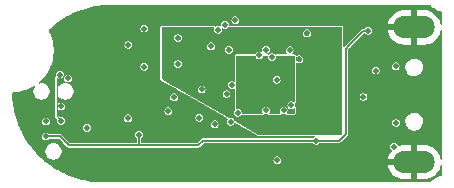
<source format=gbr>
%TF.GenerationSoftware,KiCad,Pcbnew,7.0.7*%
%TF.CreationDate,2024-01-11T13:54:05+01:00*%
%TF.ProjectId,ovrdrive,6f767264-7269-4766-952e-6b696361645f,rev?*%
%TF.SameCoordinates,Original*%
%TF.FileFunction,Copper,L2,Inr*%
%TF.FilePolarity,Positive*%
%FSLAX46Y46*%
G04 Gerber Fmt 4.6, Leading zero omitted, Abs format (unit mm)*
G04 Created by KiCad (PCBNEW 7.0.7) date 2024-01-11 13:54:05*
%MOMM*%
%LPD*%
G01*
G04 APERTURE LIST*
%TA.AperFunction,ComponentPad*%
%ADD10O,3.500000X1.900000*%
%TD*%
%TA.AperFunction,ViaPad*%
%ADD11C,0.460000*%
%TD*%
%TA.AperFunction,Conductor*%
%ADD12C,0.100000*%
%TD*%
%TA.AperFunction,Conductor*%
%ADD13C,0.200000*%
%TD*%
G04 APERTURE END LIST*
D10*
%TO.N,GND*%
%TO.C,J1*%
X142100000Y-98500000D03*
X142100000Y-109900000D03*
%TD*%
D11*
%TO.N,+1V8*%
X131750000Y-104220000D03*
X127300000Y-102200000D03*
X128600000Y-105500000D03*
X131000000Y-101200000D03*
%TO.N,/SCK*%
X112200000Y-106400000D03*
X112100000Y-102500000D03*
%TO.N,/MOSI*%
X110930000Y-106470000D03*
X119243348Y-101843348D03*
%TO.N,/~{RST}*%
X112200000Y-105200000D03*
X121283771Y-105600000D03*
%TO.N,/INHIBIT*%
X117900000Y-100000000D03*
X112800000Y-102829500D03*
%TO.N,Net-(JP1-B)*%
X130500000Y-109750000D03*
%TO.N,/RB1*%
X131550000Y-100450000D03*
%TO.N,/RB0*%
X130050000Y-101010000D03*
%TO.N,/~{CE1}*%
X130450000Y-102950000D03*
%TO.N,/DQS*%
X129550000Y-105540500D03*
%TO.N,Net-(U2A-~{CE})*%
X122100000Y-101600000D03*
%TO.N,/~{CE3}*%
X131050000Y-105540500D03*
%TO.N,/~{CE2}*%
X131700000Y-105100000D03*
%TO.N,/~{RE}*%
X129550000Y-100400000D03*
%TO.N,/~{CE}*%
X119250000Y-98600000D03*
X128991864Y-100879856D03*
%TO.N,/~{WP}*%
X123900000Y-106150000D03*
%TO.N,/~{WE}*%
X125200000Y-106700000D03*
%TO.N,/ALE*%
X126550000Y-106500000D03*
%TO.N,/CLE*%
X127150000Y-105740500D03*
%TO.N,+3.3V*%
X128000000Y-106500000D03*
X130600000Y-100400000D03*
X140570500Y-106600000D03*
X132400000Y-102100000D03*
X129100000Y-106500000D03*
X123300000Y-101304500D03*
X132400000Y-105100000D03*
%TO.N,GND*%
X108900000Y-105600000D03*
X139600000Y-97400000D03*
X119800000Y-106500000D03*
X117600000Y-109800000D03*
X118200000Y-98400000D03*
X143600000Y-106600000D03*
X132350000Y-101200000D03*
X136500000Y-108600000D03*
X110200000Y-106000000D03*
X133000000Y-99000000D03*
X114600000Y-99200000D03*
X132500000Y-109000000D03*
X139750000Y-110950000D03*
X114100000Y-107900000D03*
X143600000Y-100400000D03*
X126950000Y-97150000D03*
X122550000Y-105950000D03*
X135500000Y-97050000D03*
X119900000Y-101300000D03*
X126400000Y-100400000D03*
X113030000Y-107950000D03*
X113350000Y-109800000D03*
X122100000Y-99400000D03*
X131000000Y-110600000D03*
X124600000Y-107400000D03*
X126300000Y-110800000D03*
X137000000Y-100400000D03*
X117600000Y-103800000D03*
%TO.N,+5V*%
X110930000Y-107740000D03*
X138200000Y-98800000D03*
X118800000Y-107600000D03*
X133800000Y-108095500D03*
%TO.N,/FD7*%
X126950000Y-97900000D03*
%TO.N,/FD6*%
X126072701Y-98279500D03*
%TO.N,/FD5*%
X125500000Y-98700000D03*
%TO.N,/FD4*%
X124900000Y-100100000D03*
%TO.N,/FD3*%
X126677375Y-103384648D03*
%TO.N,/FD2*%
X124104500Y-103764148D03*
%TO.N,/FD1*%
X121770207Y-104429793D03*
%TO.N,/FD0*%
X126204500Y-104150000D03*
%TO.N,VMEM*%
X140400000Y-108600000D03*
X137800000Y-104400000D03*
%TO.N,/IN1*%
X140520500Y-101800000D03*
X117845500Y-106200000D03*
%TO.N,/IN2*%
X138825627Y-102157685D03*
X114400000Y-107000000D03*
%TD*%
D12*
%TO.N,/SCK*%
X112200000Y-106400000D02*
X111820000Y-106020000D01*
X111820000Y-102780000D02*
X112100000Y-102500000D01*
X111820000Y-106020000D02*
X111820000Y-102780000D01*
D13*
%TO.N,+5V*%
X136300000Y-100300000D02*
X136300000Y-107500000D01*
X112900000Y-108500000D02*
X118800000Y-108500000D01*
X110930000Y-107740000D02*
X112140000Y-107740000D01*
X138200000Y-98800000D02*
X137800000Y-98800000D01*
X136300000Y-107500000D02*
X135704500Y-108095500D01*
X112140000Y-107740000D02*
X112900000Y-108500000D01*
X118800000Y-107600000D02*
X118800000Y-108500000D01*
X123800000Y-108500000D02*
X118800000Y-108500000D01*
X133800000Y-108095500D02*
X133795500Y-108100000D01*
X124200000Y-108100000D02*
X123800000Y-108500000D01*
X137800000Y-98800000D02*
X136600000Y-100000000D01*
X135704500Y-108095500D02*
X133800000Y-108095500D01*
X136600000Y-100000000D02*
X136300000Y-100300000D01*
X133795500Y-108100000D02*
X124200000Y-108100000D01*
%TD*%
%TA.AperFunction,Conductor*%
%TO.N,GND*%
G36*
X132397792Y-100977954D02*
G01*
X132456114Y-100999182D01*
X132470850Y-101007690D01*
X132518400Y-101047589D01*
X132529338Y-101060624D01*
X132560370Y-101114370D01*
X132566191Y-101130363D01*
X132576969Y-101191491D01*
X132576969Y-101208508D01*
X132566191Y-101269632D01*
X132560370Y-101285623D01*
X132529337Y-101339375D01*
X132518399Y-101352410D01*
X132470851Y-101392307D01*
X132456117Y-101400815D01*
X132397792Y-101422045D01*
X132381032Y-101425000D01*
X132318966Y-101425000D01*
X132302207Y-101422045D01*
X132218285Y-101391499D01*
X132218284Y-101391499D01*
X132211410Y-101388997D01*
X132206310Y-101386885D01*
X132206306Y-101386883D01*
X132204676Y-101386446D01*
X132203206Y-101385983D01*
X132203009Y-101385999D01*
X132181804Y-101380318D01*
X132179127Y-101379638D01*
X132158344Y-101381273D01*
X132122677Y-101369685D01*
X132105651Y-101336270D01*
X132105500Y-101332425D01*
X132105500Y-101079768D01*
X132119852Y-101045120D01*
X132154500Y-101030768D01*
X132154930Y-101030770D01*
X132166692Y-101030873D01*
X132166692Y-101030872D01*
X132166695Y-101030873D01*
X132202462Y-101019597D01*
X132228081Y-101005541D01*
X132234881Y-101002460D01*
X132302207Y-100977954D01*
X132318966Y-100975000D01*
X132381034Y-100975000D01*
X132397792Y-100977954D01*
G37*
%TD.AperFunction*%
%TA.AperFunction,Conductor*%
G36*
X126447792Y-100177954D02*
G01*
X126506114Y-100199182D01*
X126520850Y-100207690D01*
X126568400Y-100247589D01*
X126579338Y-100260624D01*
X126610370Y-100314370D01*
X126616191Y-100330363D01*
X126626969Y-100391491D01*
X126626969Y-100408508D01*
X126616191Y-100469632D01*
X126610370Y-100485623D01*
X126579337Y-100539375D01*
X126568399Y-100552410D01*
X126520851Y-100592307D01*
X126506117Y-100600815D01*
X126447792Y-100622045D01*
X126431032Y-100625000D01*
X126368968Y-100625000D01*
X126352209Y-100622045D01*
X126293879Y-100600814D01*
X126279144Y-100592306D01*
X126231598Y-100552411D01*
X126220662Y-100539379D01*
X126189625Y-100485623D01*
X126183807Y-100469638D01*
X126173029Y-100408506D01*
X126173029Y-100391491D01*
X126173418Y-100389286D01*
X126183807Y-100330360D01*
X126189625Y-100314377D01*
X126220660Y-100260623D01*
X126231594Y-100247592D01*
X126279148Y-100207688D01*
X126293881Y-100199183D01*
X126331602Y-100185454D01*
X126352208Y-100177955D01*
X126368966Y-100175000D01*
X126431034Y-100175000D01*
X126447792Y-100177954D01*
G37*
%TD.AperFunction*%
%TA.AperFunction,Conductor*%
G36*
X122147792Y-99177954D02*
G01*
X122206114Y-99199182D01*
X122220850Y-99207690D01*
X122268400Y-99247589D01*
X122279338Y-99260624D01*
X122310370Y-99314370D01*
X122316191Y-99330363D01*
X122326969Y-99391491D01*
X122326969Y-99408508D01*
X122316191Y-99469632D01*
X122310370Y-99485623D01*
X122279337Y-99539375D01*
X122268399Y-99552410D01*
X122220851Y-99592307D01*
X122206117Y-99600815D01*
X122147792Y-99622045D01*
X122131032Y-99625000D01*
X122068968Y-99625000D01*
X122052209Y-99622045D01*
X121993879Y-99600814D01*
X121979144Y-99592306D01*
X121931598Y-99552411D01*
X121920662Y-99539379D01*
X121889625Y-99485623D01*
X121883807Y-99469638D01*
X121873029Y-99408506D01*
X121873029Y-99391491D01*
X121880042Y-99351715D01*
X121883807Y-99330360D01*
X121889625Y-99314377D01*
X121920660Y-99260623D01*
X121931594Y-99247592D01*
X121979148Y-99207688D01*
X121993881Y-99199183D01*
X122036162Y-99183795D01*
X122052208Y-99177955D01*
X122068966Y-99175000D01*
X122131034Y-99175000D01*
X122147792Y-99177954D01*
G37*
%TD.AperFunction*%
%TA.AperFunction,Conductor*%
G36*
X133047792Y-98777954D02*
G01*
X133106114Y-98799182D01*
X133120850Y-98807690D01*
X133168400Y-98847589D01*
X133179338Y-98860624D01*
X133210370Y-98914370D01*
X133216191Y-98930363D01*
X133226969Y-98991491D01*
X133226969Y-99008508D01*
X133216191Y-99069632D01*
X133210370Y-99085623D01*
X133179337Y-99139375D01*
X133168399Y-99152410D01*
X133120851Y-99192307D01*
X133106117Y-99200815D01*
X133047792Y-99222045D01*
X133031032Y-99225000D01*
X132968968Y-99225000D01*
X132952209Y-99222045D01*
X132893879Y-99200814D01*
X132879144Y-99192306D01*
X132831598Y-99152411D01*
X132820662Y-99139379D01*
X132789625Y-99085623D01*
X132783807Y-99069638D01*
X132773029Y-99008506D01*
X132773029Y-98991491D01*
X132777814Y-98964352D01*
X132783807Y-98930360D01*
X132789625Y-98914377D01*
X132820660Y-98860623D01*
X132831594Y-98847592D01*
X132879148Y-98807688D01*
X132893881Y-98799183D01*
X132936313Y-98783740D01*
X132952208Y-98777955D01*
X132968966Y-98775000D01*
X133031034Y-98775000D01*
X133047792Y-98777954D01*
G37*
%TD.AperFunction*%
%TA.AperFunction,Conductor*%
G36*
X143496587Y-96638571D02*
G01*
X143498948Y-96641105D01*
X143534545Y-96682142D01*
X143557533Y-96708643D01*
X143725459Y-96856897D01*
X143794975Y-96903538D01*
X143911470Y-96981700D01*
X144112322Y-97080875D01*
X144324501Y-97152687D01*
X144394379Y-97166368D01*
X144425623Y-97187109D01*
X144433963Y-97214455D01*
X144433963Y-98243065D01*
X144419611Y-98277713D01*
X144384963Y-98292065D01*
X144350315Y-98277713D01*
X144336631Y-98251130D01*
X144318229Y-98140853D01*
X144239774Y-97912323D01*
X144239770Y-97912313D01*
X144124777Y-97699825D01*
X144124768Y-97699811D01*
X143976364Y-97509141D01*
X143798588Y-97345488D01*
X143596313Y-97213335D01*
X143596307Y-97213331D01*
X143375036Y-97116273D01*
X143375037Y-97116273D01*
X143140801Y-97056956D01*
X142960303Y-97042000D01*
X142354000Y-97042000D01*
X142354000Y-98001000D01*
X142339648Y-98035648D01*
X142305000Y-98050000D01*
X141895000Y-98050000D01*
X141860352Y-98035648D01*
X141846000Y-98001000D01*
X141846000Y-97042000D01*
X141239697Y-97042000D01*
X141059198Y-97056956D01*
X140824963Y-97116273D01*
X140603692Y-97213331D01*
X140603686Y-97213335D01*
X140401411Y-97345488D01*
X140223635Y-97509141D01*
X140075231Y-97699811D01*
X140075222Y-97699825D01*
X139960229Y-97912313D01*
X139960225Y-97912323D01*
X139881770Y-98140853D01*
X139864225Y-98246000D01*
X140842162Y-98246000D01*
X140876810Y-98260352D01*
X140891162Y-98295000D01*
X140884597Y-98319497D01*
X140877371Y-98332013D01*
X140876376Y-98333738D01*
X140876374Y-98333744D01*
X140846190Y-98465988D01*
X140846190Y-98465991D01*
X140846190Y-98465992D01*
X140846789Y-98473984D01*
X140856326Y-98601260D01*
X140856326Y-98601262D01*
X140856327Y-98601265D01*
X140890014Y-98687099D01*
X140889314Y-98724594D01*
X140862304Y-98750613D01*
X140844402Y-98754000D01*
X139864225Y-98754000D01*
X139881770Y-98859146D01*
X139960225Y-99087676D01*
X139960229Y-99087686D01*
X140075222Y-99300174D01*
X140075231Y-99300188D01*
X140223635Y-99490858D01*
X140401411Y-99654511D01*
X140603686Y-99786664D01*
X140603692Y-99786668D01*
X140824963Y-99883726D01*
X140824962Y-99883726D01*
X141059198Y-99943043D01*
X141239697Y-99958000D01*
X141846000Y-99958000D01*
X141846000Y-98999000D01*
X141860352Y-98964352D01*
X141895000Y-98950000D01*
X142305000Y-98950000D01*
X142339648Y-98964352D01*
X142354000Y-98999000D01*
X142354000Y-99958000D01*
X142960303Y-99958000D01*
X143140801Y-99943043D01*
X143375036Y-99883726D01*
X143596307Y-99786668D01*
X143596313Y-99786664D01*
X143798588Y-99654511D01*
X143976364Y-99490858D01*
X144124768Y-99300188D01*
X144124777Y-99300174D01*
X144239770Y-99087686D01*
X144239774Y-99087676D01*
X144318229Y-98859146D01*
X144336631Y-98748869D01*
X144356490Y-98717056D01*
X144393028Y-98708602D01*
X144424841Y-98728461D01*
X144433963Y-98756934D01*
X144433963Y-109643065D01*
X144419611Y-109677713D01*
X144384963Y-109692065D01*
X144350315Y-109677713D01*
X144336631Y-109651130D01*
X144318229Y-109540853D01*
X144239774Y-109312323D01*
X144239770Y-109312313D01*
X144124777Y-109099825D01*
X144124768Y-109099811D01*
X143976364Y-108909141D01*
X143798588Y-108745488D01*
X143596313Y-108613335D01*
X143596307Y-108613331D01*
X143375036Y-108516273D01*
X143375037Y-108516273D01*
X143140801Y-108456956D01*
X142960303Y-108442000D01*
X142354000Y-108442000D01*
X142354000Y-109401000D01*
X142339648Y-109435648D01*
X142305000Y-109450000D01*
X141895000Y-109450000D01*
X141860352Y-109435648D01*
X141846000Y-109401000D01*
X141846000Y-108442000D01*
X141239697Y-108442000D01*
X141059198Y-108456956D01*
X140824962Y-108516273D01*
X140824958Y-108516274D01*
X140785418Y-108533618D01*
X140747923Y-108534393D01*
X140720863Y-108508427D01*
X140717482Y-108497260D01*
X140715359Y-108485219D01*
X140680608Y-108425029D01*
X140657084Y-108384283D01*
X140657082Y-108384280D01*
X140567799Y-108309364D01*
X140567797Y-108309363D01*
X140458276Y-108269500D01*
X140341724Y-108269500D01*
X140232202Y-108309363D01*
X140232200Y-108309364D01*
X140142917Y-108384280D01*
X140142915Y-108384283D01*
X140084641Y-108485216D01*
X140064402Y-108600000D01*
X140084641Y-108714783D01*
X140142915Y-108815716D01*
X140142917Y-108815719D01*
X140199551Y-108863240D01*
X140216868Y-108896505D01*
X140206722Y-108930872D01*
X140075231Y-109099811D01*
X140075222Y-109099825D01*
X139960229Y-109312313D01*
X139960225Y-109312323D01*
X139881770Y-109540853D01*
X139864225Y-109646000D01*
X140842162Y-109646000D01*
X140876810Y-109660352D01*
X140891162Y-109695000D01*
X140884597Y-109719497D01*
X140877371Y-109732013D01*
X140876376Y-109733738D01*
X140876374Y-109733744D01*
X140846190Y-109865988D01*
X140846190Y-109865991D01*
X140846190Y-109865992D01*
X140849474Y-109909820D01*
X140856326Y-110001260D01*
X140856326Y-110001262D01*
X140856327Y-110001265D01*
X140890014Y-110087099D01*
X140889314Y-110124594D01*
X140862304Y-110150613D01*
X140844402Y-110154000D01*
X139864225Y-110154000D01*
X139881770Y-110259146D01*
X139960225Y-110487676D01*
X139960229Y-110487686D01*
X140075222Y-110700174D01*
X140075231Y-110700188D01*
X140223635Y-110890858D01*
X140401411Y-111054511D01*
X140603686Y-111186664D01*
X140603692Y-111186668D01*
X140824963Y-111283726D01*
X140824962Y-111283726D01*
X141059198Y-111343043D01*
X141239697Y-111358000D01*
X141846000Y-111358000D01*
X141846000Y-110399000D01*
X141860352Y-110364352D01*
X141895000Y-110350000D01*
X142305000Y-110350000D01*
X142339648Y-110364352D01*
X142354000Y-110399000D01*
X142354000Y-111358000D01*
X142960303Y-111358000D01*
X143140801Y-111343043D01*
X143375036Y-111283726D01*
X143596307Y-111186668D01*
X143596313Y-111186664D01*
X143798588Y-111054511D01*
X143976364Y-110890858D01*
X144124768Y-110700188D01*
X144124777Y-110700174D01*
X144239770Y-110487686D01*
X144239774Y-110487676D01*
X144318229Y-110259146D01*
X144336631Y-110148869D01*
X144356490Y-110117056D01*
X144393028Y-110108602D01*
X144424841Y-110128461D01*
X144433963Y-110156934D01*
X144433963Y-111032991D01*
X144419611Y-111067639D01*
X144394378Y-111081078D01*
X144324505Y-111094758D01*
X144324503Y-111094758D01*
X144324501Y-111094759D01*
X144262504Y-111115741D01*
X144112321Y-111166568D01*
X143920811Y-111261128D01*
X143911472Y-111265739D01*
X143773957Y-111358000D01*
X143725451Y-111390543D01*
X143557531Y-111538785D01*
X143498939Y-111606328D01*
X143465393Y-111623096D01*
X143461925Y-111623219D01*
X115820682Y-111623219D01*
X115820286Y-111623055D01*
X115800049Y-111623218D01*
X115492131Y-111615139D01*
X115270947Y-111608975D01*
X115269320Y-111608876D01*
X114987240Y-111582172D01*
X114736744Y-111557283D01*
X114735201Y-111557080D01*
X114459219Y-111511823D01*
X114207508Y-111468541D01*
X114206058Y-111468246D01*
X113935205Y-111404631D01*
X113685747Y-111343178D01*
X113684394Y-111342803D01*
X113443322Y-111268536D01*
X113419271Y-111261127D01*
X113174004Y-111181806D01*
X113172752Y-111181363D01*
X112914266Y-111081998D01*
X112674786Y-110985224D01*
X112673637Y-110984726D01*
X112422787Y-110868114D01*
X112190451Y-110754364D01*
X112189408Y-110753822D01*
X111947278Y-110620506D01*
X111902046Y-110594214D01*
X111723372Y-110490356D01*
X111722474Y-110489806D01*
X111490068Y-110340363D01*
X111275454Y-110194234D01*
X111122572Y-110080500D01*
X111053423Y-110029058D01*
X110973313Y-109965716D01*
X110849692Y-109867970D01*
X110768776Y-109798735D01*
X110711819Y-109750000D01*
X130164402Y-109750000D01*
X130184641Y-109864783D01*
X130242915Y-109965716D01*
X130242917Y-109965719D01*
X130285280Y-110001265D01*
X130332201Y-110040636D01*
X130441724Y-110080500D01*
X130558276Y-110080500D01*
X130667799Y-110040636D01*
X130757083Y-109965718D01*
X130815359Y-109864781D01*
X130835598Y-109750000D01*
X130815359Y-109635219D01*
X130815358Y-109635217D01*
X130815358Y-109635216D01*
X130757084Y-109534283D01*
X130757082Y-109534280D01*
X130667799Y-109459364D01*
X130667797Y-109459363D01*
X130558276Y-109419500D01*
X130441724Y-109419500D01*
X130332202Y-109459363D01*
X130332200Y-109459364D01*
X130242917Y-109534280D01*
X130242915Y-109534283D01*
X130184641Y-109635216D01*
X130164402Y-109750000D01*
X110711819Y-109750000D01*
X110639454Y-109688081D01*
X110471506Y-109534640D01*
X110447680Y-109512872D01*
X110333665Y-109401000D01*
X110250222Y-109319126D01*
X110162183Y-109226359D01*
X110071380Y-109130680D01*
X110039201Y-109094485D01*
X110869200Y-109094485D01*
X110889418Y-109176515D01*
X110909638Y-109258547D01*
X110988155Y-109408150D01*
X110988157Y-109408154D01*
X110988162Y-109408162D01*
X111033522Y-109459363D01*
X111100207Y-109534636D01*
X111100212Y-109534640D01*
X111239269Y-109630624D01*
X111239268Y-109630624D01*
X111239271Y-109630625D01*
X111397261Y-109690543D01*
X111522915Y-109705800D01*
X111522919Y-109705800D01*
X111607081Y-109705800D01*
X111607085Y-109705800D01*
X111732739Y-109690543D01*
X111890729Y-109630625D01*
X112029789Y-109534639D01*
X112030105Y-109534283D01*
X112049073Y-109512872D01*
X112141838Y-109408162D01*
X112220362Y-109258546D01*
X112260800Y-109094485D01*
X112260800Y-108925515D01*
X112220362Y-108761454D01*
X112220361Y-108761452D01*
X112141844Y-108611849D01*
X112141843Y-108611847D01*
X112141838Y-108611838D01*
X112057175Y-108516273D01*
X112029792Y-108485363D01*
X112029787Y-108485359D01*
X111890730Y-108389375D01*
X111890731Y-108389375D01*
X111732740Y-108329457D01*
X111707608Y-108326405D01*
X111607085Y-108314200D01*
X111522915Y-108314200D01*
X111439145Y-108324371D01*
X111397259Y-108329457D01*
X111239269Y-108389375D01*
X111100212Y-108485359D01*
X111100207Y-108485363D01*
X110998650Y-108600000D01*
X110988162Y-108611838D01*
X110988160Y-108611841D01*
X110988155Y-108611849D01*
X110909638Y-108761452D01*
X110877797Y-108890636D01*
X110869200Y-108925515D01*
X110869200Y-109094485D01*
X110039201Y-109094485D01*
X109887565Y-108923925D01*
X109722635Y-108723279D01*
X109553266Y-108504407D01*
X109405633Y-108296187D01*
X109403105Y-108292622D01*
X109401090Y-108289616D01*
X109338670Y-108196474D01*
X109249276Y-108063084D01*
X109248684Y-108062156D01*
X109175908Y-107942250D01*
X109114338Y-107840806D01*
X109093650Y-107804863D01*
X109056316Y-107740000D01*
X110594402Y-107740000D01*
X110614641Y-107854783D01*
X110672915Y-107955716D01*
X110672917Y-107955719D01*
X110749825Y-108020251D01*
X110762201Y-108030636D01*
X110871724Y-108070500D01*
X110988276Y-108070500D01*
X111097799Y-108030636D01*
X111187082Y-107955719D01*
X111190367Y-107952963D01*
X111191730Y-107954587D01*
X111218424Y-107940687D01*
X111222702Y-107940500D01*
X112036655Y-107940500D01*
X112071302Y-107954851D01*
X112399842Y-108283392D01*
X112728250Y-108611800D01*
X112737748Y-108625185D01*
X112739211Y-108628223D01*
X112765110Y-108648877D01*
X112767151Y-108650701D01*
X112774198Y-108657748D01*
X112782623Y-108663041D01*
X112782625Y-108663042D01*
X112784868Y-108664634D01*
X112810767Y-108685289D01*
X112810769Y-108685290D01*
X112814051Y-108686038D01*
X112829221Y-108692321D01*
X112832076Y-108694115D01*
X112864764Y-108697797D01*
X112864990Y-108697823D01*
X112867698Y-108698283D01*
X112877410Y-108700500D01*
X112887371Y-108700500D01*
X112890113Y-108700653D01*
X112923026Y-108704362D01*
X112926203Y-108703250D01*
X112942389Y-108700500D01*
X118754237Y-108700500D01*
X118777410Y-108700500D01*
X123757611Y-108700500D01*
X123773796Y-108703250D01*
X123776974Y-108704362D01*
X123809889Y-108700653D01*
X123812632Y-108700500D01*
X123822591Y-108700500D01*
X123824310Y-108700107D01*
X123832310Y-108698280D01*
X123834997Y-108697824D01*
X123867924Y-108694116D01*
X123870775Y-108692323D01*
X123885948Y-108686038D01*
X123889231Y-108685290D01*
X123915139Y-108664628D01*
X123917358Y-108663052D01*
X123925801Y-108657748D01*
X123932849Y-108650698D01*
X123934870Y-108648892D01*
X123960788Y-108628224D01*
X123962249Y-108625189D01*
X123971747Y-108611800D01*
X124268697Y-108314852D01*
X124303346Y-108300500D01*
X133512308Y-108300500D01*
X133543804Y-108311964D01*
X133632196Y-108386133D01*
X133632199Y-108386134D01*
X133632201Y-108386136D01*
X133741724Y-108426000D01*
X133858276Y-108426000D01*
X133967799Y-108386136D01*
X134035347Y-108329457D01*
X134060367Y-108308463D01*
X134061730Y-108310087D01*
X134088424Y-108296187D01*
X134092702Y-108296000D01*
X135662111Y-108296000D01*
X135678296Y-108298750D01*
X135681474Y-108299862D01*
X135714389Y-108296153D01*
X135717132Y-108296000D01*
X135727091Y-108296000D01*
X135728810Y-108295607D01*
X135736810Y-108293780D01*
X135739497Y-108293324D01*
X135772424Y-108289616D01*
X135775275Y-108287823D01*
X135790448Y-108281538D01*
X135793731Y-108280790D01*
X135819639Y-108260128D01*
X135821858Y-108258552D01*
X135830301Y-108253248D01*
X135837349Y-108246198D01*
X135839370Y-108244392D01*
X135865288Y-108223724D01*
X135866749Y-108220689D01*
X135876247Y-108207300D01*
X136411800Y-107671747D01*
X136425189Y-107662249D01*
X136428224Y-107660788D01*
X136448892Y-107634870D01*
X136450698Y-107632849D01*
X136457748Y-107625801D01*
X136463052Y-107617358D01*
X136464628Y-107615139D01*
X136485290Y-107589231D01*
X136486038Y-107585948D01*
X136492323Y-107570775D01*
X136494116Y-107567924D01*
X136497824Y-107534997D01*
X136498280Y-107532310D01*
X136500500Y-107522590D01*
X136500500Y-107512632D01*
X136500654Y-107509888D01*
X136504362Y-107476973D01*
X136504361Y-107476971D01*
X136503249Y-107473791D01*
X136500500Y-107457610D01*
X136500500Y-106600000D01*
X140234902Y-106600000D01*
X140255141Y-106714783D01*
X140313415Y-106815716D01*
X140313417Y-106815719D01*
X140387408Y-106877804D01*
X140402701Y-106890636D01*
X140512224Y-106930500D01*
X140628776Y-106930500D01*
X140738299Y-106890636D01*
X140827583Y-106815718D01*
X140884745Y-106716710D01*
X140885858Y-106714783D01*
X140885858Y-106714782D01*
X140885859Y-106714781D01*
X140906098Y-106600000D01*
X140896212Y-106543935D01*
X141345669Y-106543935D01*
X141376135Y-106716711D01*
X141422150Y-106823386D01*
X141445624Y-106877806D01*
X141529623Y-106990635D01*
X141550390Y-107018530D01*
X141684786Y-107131302D01*
X141841567Y-107210040D01*
X142012279Y-107250500D01*
X142012280Y-107250500D01*
X142143705Y-107250500D01*
X142143709Y-107250500D01*
X142274255Y-107235241D01*
X142439117Y-107175237D01*
X142585696Y-107078830D01*
X142706092Y-106951218D01*
X142793812Y-106799281D01*
X142844130Y-106631210D01*
X142854331Y-106456065D01*
X142823865Y-106283289D01*
X142754377Y-106122196D01*
X142751042Y-106117717D01*
X142689625Y-106035219D01*
X142649610Y-105981470D01*
X142647468Y-105979673D01*
X142515214Y-105868698D01*
X142358434Y-105789960D01*
X142358432Y-105789959D01*
X142228180Y-105759089D01*
X142187721Y-105749500D01*
X142056291Y-105749500D01*
X141969260Y-105759672D01*
X141925743Y-105764759D01*
X141925742Y-105764760D01*
X141760883Y-105824762D01*
X141614305Y-105921169D01*
X141614299Y-105921173D01*
X141493912Y-106048776D01*
X141493907Y-106048783D01*
X141406189Y-106200716D01*
X141406185Y-106200725D01*
X141355871Y-106368785D01*
X141355869Y-106368792D01*
X141348773Y-106490635D01*
X141345669Y-106543935D01*
X140896212Y-106543935D01*
X140885859Y-106485219D01*
X140885858Y-106485217D01*
X140885858Y-106485216D01*
X140827584Y-106384283D01*
X140827582Y-106384280D01*
X140738299Y-106309364D01*
X140738297Y-106309363D01*
X140628776Y-106269500D01*
X140512224Y-106269500D01*
X140402702Y-106309363D01*
X140402700Y-106309364D01*
X140313417Y-106384280D01*
X140313415Y-106384283D01*
X140255141Y-106485216D01*
X140234902Y-106600000D01*
X136500500Y-106600000D01*
X136500500Y-104400000D01*
X137464402Y-104400000D01*
X137484641Y-104514783D01*
X137542915Y-104615716D01*
X137542917Y-104615719D01*
X137578424Y-104645512D01*
X137632201Y-104690636D01*
X137741724Y-104730500D01*
X137858276Y-104730500D01*
X137967799Y-104690636D01*
X138057083Y-104615718D01*
X138086221Y-104565249D01*
X138115358Y-104514783D01*
X138115358Y-104514782D01*
X138115359Y-104514781D01*
X138135598Y-104400000D01*
X138115359Y-104285219D01*
X138115358Y-104285217D01*
X138115358Y-104285216D01*
X138057084Y-104184283D01*
X138057082Y-104184280D01*
X137967799Y-104109364D01*
X137967797Y-104109363D01*
X137858276Y-104069500D01*
X137741724Y-104069500D01*
X137632202Y-104109363D01*
X137632200Y-104109364D01*
X137542917Y-104184280D01*
X137542915Y-104184283D01*
X137484641Y-104285216D01*
X137464402Y-104400000D01*
X136500500Y-104400000D01*
X136500500Y-102157685D01*
X138490029Y-102157685D01*
X138510268Y-102272468D01*
X138568542Y-102373401D01*
X138568544Y-102373404D01*
X138622324Y-102418530D01*
X138657828Y-102448321D01*
X138767351Y-102488185D01*
X138883903Y-102488185D01*
X138993426Y-102448321D01*
X139082710Y-102373403D01*
X139111848Y-102322934D01*
X139140985Y-102272468D01*
X139140985Y-102272467D01*
X139140986Y-102272466D01*
X139161225Y-102157685D01*
X139140986Y-102042904D01*
X139140985Y-102042902D01*
X139140985Y-102042901D01*
X139082711Y-101941968D01*
X139082709Y-101941965D01*
X138993426Y-101867049D01*
X138993424Y-101867048D01*
X138883903Y-101827185D01*
X138767351Y-101827185D01*
X138657829Y-101867048D01*
X138657827Y-101867049D01*
X138568544Y-101941965D01*
X138568542Y-101941968D01*
X138510268Y-102042901D01*
X138490029Y-102157685D01*
X136500500Y-102157685D01*
X136500500Y-101800000D01*
X140184902Y-101800000D01*
X140191648Y-101838260D01*
X140205141Y-101914783D01*
X140263415Y-102015716D01*
X140263417Y-102015719D01*
X140315077Y-102059066D01*
X140352701Y-102090636D01*
X140462224Y-102130500D01*
X140578776Y-102130500D01*
X140688299Y-102090636D01*
X140777583Y-102015718D01*
X140819027Y-101943935D01*
X141345669Y-101943935D01*
X141376135Y-102116711D01*
X141443321Y-102272468D01*
X141445624Y-102277806D01*
X141525591Y-102385219D01*
X141550390Y-102418530D01*
X141684786Y-102531302D01*
X141841567Y-102610040D01*
X142012279Y-102650500D01*
X142012280Y-102650500D01*
X142143705Y-102650500D01*
X142143709Y-102650500D01*
X142274255Y-102635241D01*
X142439117Y-102575237D01*
X142585696Y-102478830D01*
X142706092Y-102351218D01*
X142793812Y-102199281D01*
X142844130Y-102031210D01*
X142854331Y-101856065D01*
X142823865Y-101683289D01*
X142754377Y-101522196D01*
X142649610Y-101381470D01*
X142649376Y-101381274D01*
X142515214Y-101268698D01*
X142358434Y-101189960D01*
X142358432Y-101189959D01*
X142228180Y-101159089D01*
X142187721Y-101149500D01*
X142056291Y-101149500D01*
X141969260Y-101159672D01*
X141925743Y-101164759D01*
X141925742Y-101164760D01*
X141760883Y-101224762D01*
X141614305Y-101321169D01*
X141614299Y-101321173D01*
X141493912Y-101448776D01*
X141493907Y-101448783D01*
X141406189Y-101600716D01*
X141406185Y-101600725D01*
X141355871Y-101768785D01*
X141355869Y-101768792D01*
X141345669Y-101943931D01*
X141345669Y-101943935D01*
X140819027Y-101943935D01*
X140835859Y-101914781D01*
X140856098Y-101800000D01*
X140835859Y-101685219D01*
X140835858Y-101685217D01*
X140835858Y-101685216D01*
X140777584Y-101584283D01*
X140777582Y-101584280D01*
X140688299Y-101509364D01*
X140688297Y-101509363D01*
X140578776Y-101469500D01*
X140462224Y-101469500D01*
X140352702Y-101509363D01*
X140352700Y-101509364D01*
X140263417Y-101584280D01*
X140263415Y-101584283D01*
X140205141Y-101685216D01*
X140191212Y-101764213D01*
X140184902Y-101800000D01*
X136500500Y-101800000D01*
X136500500Y-100403345D01*
X136514852Y-100368697D01*
X136635960Y-100247589D01*
X136757748Y-100125801D01*
X136757747Y-100125801D01*
X137868697Y-99014852D01*
X137903346Y-99000500D01*
X137907298Y-99000500D01*
X137939053Y-99013653D01*
X137939633Y-99012963D01*
X137941824Y-99014801D01*
X137941946Y-99014852D01*
X137942151Y-99015076D01*
X137982164Y-99048650D01*
X138032201Y-99090636D01*
X138141724Y-99130500D01*
X138258276Y-99130500D01*
X138367799Y-99090636D01*
X138457083Y-99015718D01*
X138495025Y-98950000D01*
X138515358Y-98914783D01*
X138515358Y-98914782D01*
X138515359Y-98914781D01*
X138535598Y-98800000D01*
X138515359Y-98685219D01*
X138515358Y-98685217D01*
X138515358Y-98685216D01*
X138457084Y-98584283D01*
X138457082Y-98584280D01*
X138367799Y-98509364D01*
X138367797Y-98509363D01*
X138258276Y-98469500D01*
X138141724Y-98469500D01*
X138032202Y-98509363D01*
X138032200Y-98509364D01*
X137939633Y-98587037D01*
X137938269Y-98585412D01*
X137911576Y-98599313D01*
X137907298Y-98599500D01*
X137842389Y-98599500D01*
X137826204Y-98596750D01*
X137823026Y-98595638D01*
X137790113Y-98599346D01*
X137787371Y-98599500D01*
X137777410Y-98599500D01*
X137767700Y-98601715D01*
X137764993Y-98602175D01*
X137732078Y-98605884D01*
X137732071Y-98605886D01*
X137729219Y-98607679D01*
X137714057Y-98613959D01*
X137710771Y-98614708D01*
X137710767Y-98614710D01*
X137684873Y-98635361D01*
X137682632Y-98636952D01*
X137674199Y-98642250D01*
X137674199Y-98642251D01*
X137667156Y-98649292D01*
X137665109Y-98651121D01*
X137639212Y-98671775D01*
X137639210Y-98671777D01*
X137637747Y-98674816D01*
X137628250Y-98688199D01*
X136451047Y-99865403D01*
X136189148Y-100127302D01*
X136154500Y-100141654D01*
X136119852Y-100127302D01*
X136105500Y-100092654D01*
X136105500Y-98549002D01*
X136105500Y-98549000D01*
X136097469Y-98508626D01*
X136097468Y-98508623D01*
X136083120Y-98473984D01*
X136075603Y-98459230D01*
X136075205Y-98458890D01*
X136026022Y-98416883D01*
X135991374Y-98402531D01*
X135951000Y-98394500D01*
X135950998Y-98394500D01*
X126446417Y-98394500D01*
X126411769Y-98380148D01*
X126397417Y-98345500D01*
X126398160Y-98336999D01*
X126408299Y-98279500D01*
X126388060Y-98164719D01*
X126388059Y-98164717D01*
X126388059Y-98164716D01*
X126329785Y-98063783D01*
X126329783Y-98063780D01*
X126240500Y-97988864D01*
X126240498Y-97988863D01*
X126130977Y-97949000D01*
X126014425Y-97949000D01*
X125904903Y-97988863D01*
X125904901Y-97988864D01*
X125815618Y-98063780D01*
X125815616Y-98063783D01*
X125757342Y-98164716D01*
X125737418Y-98277713D01*
X125737103Y-98279500D01*
X125752634Y-98367584D01*
X125744517Y-98404197D01*
X125712888Y-98424348D01*
X125676274Y-98416230D01*
X125672884Y-98413630D01*
X125667799Y-98409364D01*
X125667797Y-98409363D01*
X125558276Y-98369500D01*
X125441724Y-98369500D01*
X125332203Y-98409362D01*
X125332200Y-98409364D01*
X125332201Y-98409364D01*
X125304953Y-98432227D01*
X125269187Y-98443503D01*
X125241635Y-98431950D01*
X125239683Y-98430282D01*
X125223994Y-98416883D01*
X125189346Y-98402531D01*
X125148972Y-98394500D01*
X120749000Y-98394500D01*
X120728812Y-98398515D01*
X120708624Y-98402531D01*
X120708623Y-98402531D01*
X120673984Y-98416880D01*
X120659230Y-98424396D01*
X120629480Y-98459229D01*
X120616883Y-98473978D01*
X120602531Y-98508626D01*
X120594500Y-98549000D01*
X120594500Y-98999999D01*
X120594500Y-99399999D01*
X120594500Y-100099999D01*
X120594500Y-100399999D01*
X120594500Y-101599999D01*
X120594500Y-102875102D01*
X120594963Y-102882078D01*
X120597135Y-102898374D01*
X120618213Y-102948923D01*
X120641136Y-102978604D01*
X120672170Y-103005649D01*
X121333401Y-103384647D01*
X121493095Y-103476179D01*
X121995507Y-103764147D01*
X122155201Y-103855679D01*
X122668695Y-104149999D01*
X122828389Y-104241531D01*
X126274991Y-106217022D01*
X126297914Y-106246703D01*
X126293136Y-106283901D01*
X126293059Y-106284034D01*
X126234641Y-106385216D01*
X126214402Y-106500000D01*
X126234641Y-106614783D01*
X126292915Y-106715716D01*
X126292917Y-106715719D01*
X126346447Y-106760635D01*
X126382201Y-106790636D01*
X126491724Y-106830500D01*
X126608276Y-106830500D01*
X126717799Y-106790636D01*
X126807083Y-106715718D01*
X126865359Y-106614781D01*
X126865359Y-106614780D01*
X126866693Y-106612470D01*
X126896446Y-106589640D01*
X126933495Y-106594458D01*
X128748707Y-107634884D01*
X128836218Y-107685043D01*
X128861536Y-107695460D01*
X128885899Y-107701947D01*
X128885900Y-107701947D01*
X128885903Y-107701948D01*
X128913048Y-107705500D01*
X133627307Y-107705500D01*
X133661955Y-107719852D01*
X133676307Y-107754500D01*
X133661955Y-107789148D01*
X133644066Y-107800545D01*
X133632202Y-107804863D01*
X133632200Y-107804864D01*
X133542918Y-107879780D01*
X133541063Y-107881992D01*
X133507800Y-107899313D01*
X133503523Y-107899500D01*
X124242389Y-107899500D01*
X124226204Y-107896750D01*
X124223026Y-107895638D01*
X124190113Y-107899346D01*
X124187371Y-107899500D01*
X124177410Y-107899500D01*
X124167700Y-107901715D01*
X124164993Y-107902175D01*
X124132078Y-107905884D01*
X124132071Y-107905886D01*
X124129219Y-107907679D01*
X124114057Y-107913959D01*
X124110771Y-107914708D01*
X124110767Y-107914710D01*
X124084873Y-107935361D01*
X124082632Y-107936952D01*
X124074199Y-107942250D01*
X124074199Y-107942251D01*
X124067156Y-107949292D01*
X124065110Y-107951121D01*
X124039210Y-107971777D01*
X124037745Y-107974820D01*
X124028250Y-107988198D01*
X123731303Y-108285148D01*
X123696655Y-108299500D01*
X119049500Y-108299500D01*
X119014852Y-108285148D01*
X119000500Y-108250500D01*
X119000499Y-107886045D01*
X119014851Y-107851397D01*
X119017991Y-107848518D01*
X119057083Y-107815718D01*
X119115359Y-107714781D01*
X119135598Y-107600000D01*
X119115359Y-107485219D01*
X119115358Y-107485217D01*
X119115358Y-107485216D01*
X119057084Y-107384283D01*
X119057082Y-107384280D01*
X118967799Y-107309364D01*
X118967797Y-107309363D01*
X118858276Y-107269500D01*
X118741724Y-107269500D01*
X118632202Y-107309363D01*
X118632200Y-107309364D01*
X118542917Y-107384280D01*
X118542915Y-107384283D01*
X118484641Y-107485216D01*
X118464402Y-107600000D01*
X118484641Y-107714783D01*
X118536650Y-107804864D01*
X118542917Y-107815718D01*
X118581997Y-107848509D01*
X118599313Y-107881772D01*
X118599500Y-107886044D01*
X118599500Y-108250500D01*
X118585148Y-108285148D01*
X118550500Y-108299500D01*
X113003346Y-108299500D01*
X112968698Y-108285148D01*
X112311750Y-107628201D01*
X112302249Y-107614809D01*
X112300789Y-107611777D01*
X112287565Y-107601231D01*
X112274876Y-107591111D01*
X112272838Y-107589289D01*
X112265801Y-107582252D01*
X112265799Y-107582251D01*
X112257370Y-107576953D01*
X112255130Y-107575363D01*
X112229230Y-107554709D01*
X112225944Y-107553959D01*
X112210778Y-107547677D01*
X112207926Y-107545885D01*
X112207922Y-107545883D01*
X112175006Y-107542175D01*
X112172296Y-107541715D01*
X112162590Y-107539500D01*
X112152632Y-107539500D01*
X112149889Y-107539346D01*
X112146243Y-107538935D01*
X112116973Y-107535637D01*
X112113796Y-107536750D01*
X112097611Y-107539500D01*
X111222702Y-107539500D01*
X111190946Y-107526346D01*
X111190367Y-107527037D01*
X111188175Y-107525198D01*
X111188054Y-107525148D01*
X111187848Y-107524923D01*
X111097799Y-107449364D01*
X111097797Y-107449363D01*
X110988276Y-107409500D01*
X110871724Y-107409500D01*
X110762202Y-107449363D01*
X110762200Y-107449364D01*
X110672917Y-107524280D01*
X110672915Y-107524283D01*
X110614641Y-107625216D01*
X110594402Y-107740000D01*
X109056316Y-107740000D01*
X108976430Y-107601209D01*
X108975893Y-107600221D01*
X108857762Y-107370095D01*
X108736400Y-107121477D01*
X108735899Y-107120382D01*
X108684576Y-107000000D01*
X114064402Y-107000000D01*
X114084641Y-107114783D01*
X114142915Y-107215716D01*
X114142917Y-107215719D01*
X114207012Y-107269500D01*
X114232201Y-107290636D01*
X114341724Y-107330500D01*
X114458276Y-107330500D01*
X114567799Y-107290636D01*
X114657083Y-107215718D01*
X114715359Y-107114781D01*
X114735598Y-107000000D01*
X114715359Y-106885219D01*
X114715358Y-106885217D01*
X114715358Y-106885216D01*
X114657084Y-106784283D01*
X114657082Y-106784280D01*
X114567799Y-106709364D01*
X114567797Y-106709363D01*
X114542073Y-106700000D01*
X124864402Y-106700000D01*
X124884641Y-106814783D01*
X124942915Y-106915716D01*
X124942917Y-106915719D01*
X124985224Y-106951218D01*
X125032201Y-106990636D01*
X125141724Y-107030500D01*
X125258276Y-107030500D01*
X125367799Y-106990636D01*
X125457083Y-106915718D01*
X125510391Y-106823386D01*
X125515358Y-106814783D01*
X125515358Y-106814782D01*
X125515359Y-106814781D01*
X125535598Y-106700000D01*
X125515359Y-106585219D01*
X125515358Y-106585217D01*
X125515358Y-106585216D01*
X125457084Y-106484283D01*
X125457082Y-106484280D01*
X125367799Y-106409364D01*
X125367797Y-106409363D01*
X125258276Y-106369500D01*
X125141724Y-106369500D01*
X125032202Y-106409363D01*
X125032200Y-106409364D01*
X124942917Y-106484280D01*
X124942915Y-106484283D01*
X124884641Y-106585216D01*
X124864402Y-106700000D01*
X114542073Y-106700000D01*
X114458276Y-106669500D01*
X114341724Y-106669500D01*
X114232202Y-106709363D01*
X114232200Y-106709364D01*
X114142917Y-106784280D01*
X114142915Y-106784283D01*
X114084641Y-106885216D01*
X114064402Y-107000000D01*
X108684576Y-107000000D01*
X108637949Y-106890635D01*
X108634580Y-106882733D01*
X108584965Y-106760635D01*
X108530320Y-106626158D01*
X108529881Y-106624988D01*
X108476490Y-106470000D01*
X110594402Y-106470000D01*
X110614641Y-106584783D01*
X110672915Y-106685716D01*
X110672917Y-106685719D01*
X110726286Y-106730500D01*
X110762201Y-106760636D01*
X110871724Y-106800500D01*
X110988276Y-106800500D01*
X111097799Y-106760636D01*
X111187083Y-106685718D01*
X111221455Y-106626184D01*
X111245358Y-106584783D01*
X111245358Y-106584782D01*
X111245359Y-106584781D01*
X111265598Y-106470000D01*
X111245359Y-106355219D01*
X111245358Y-106355217D01*
X111245358Y-106355216D01*
X111187084Y-106254283D01*
X111187082Y-106254280D01*
X111097799Y-106179364D01*
X111097797Y-106179363D01*
X110988276Y-106139500D01*
X110871724Y-106139500D01*
X110762202Y-106179363D01*
X110762200Y-106179364D01*
X110672917Y-106254280D01*
X110672915Y-106254283D01*
X110614641Y-106355216D01*
X110594402Y-106470000D01*
X108476490Y-106470000D01*
X108445886Y-106381161D01*
X108437351Y-106355216D01*
X108359213Y-106117690D01*
X108358821Y-106116371D01*
X108343882Y-106060327D01*
X108292648Y-105868128D01*
X108223891Y-105598473D01*
X108223582Y-105597085D01*
X108175562Y-105346397D01*
X108125041Y-105071124D01*
X108124815Y-105069628D01*
X108095201Y-104819844D01*
X108064552Y-104550624D01*
X108063128Y-104538114D01*
X108062998Y-104536487D01*
X108059169Y-104454640D01*
X108052107Y-104303713D01*
X108041044Y-104059162D01*
X108053815Y-104023903D01*
X108087780Y-104008000D01*
X108089646Y-104007951D01*
X108214353Y-104007092D01*
X108416921Y-103985675D01*
X108418011Y-103985586D01*
X108439596Y-103984324D01*
X108441973Y-103983026D01*
X108564581Y-103970064D01*
X108564593Y-103970061D01*
X108564596Y-103970061D01*
X108615466Y-103959534D01*
X108786079Y-103924230D01*
X108796335Y-103922553D01*
X108797263Y-103921916D01*
X108909456Y-103898701D01*
X109080448Y-103845291D01*
X109245611Y-103793702D01*
X109245614Y-103793701D01*
X109315232Y-103764147D01*
X109569799Y-103656079D01*
X109725847Y-103570795D01*
X109878832Y-103487185D01*
X109878833Y-103487183D01*
X109878837Y-103487182D01*
X109898407Y-103473825D01*
X109935112Y-103466146D01*
X109966499Y-103486673D01*
X109974179Y-103523381D01*
X109969416Y-103537068D01*
X109893637Y-103681455D01*
X109865971Y-103793701D01*
X109853200Y-103845515D01*
X109853200Y-104014485D01*
X109864213Y-104059164D01*
X109893638Y-104178547D01*
X109972155Y-104328150D01*
X109972157Y-104328154D01*
X109972162Y-104328162D01*
X110022268Y-104384720D01*
X110084207Y-104454636D01*
X110084212Y-104454640D01*
X110223269Y-104550624D01*
X110223268Y-104550624D01*
X110223271Y-104550625D01*
X110381261Y-104610543D01*
X110506915Y-104625800D01*
X110506919Y-104625800D01*
X110591081Y-104625800D01*
X110591085Y-104625800D01*
X110716739Y-104610543D01*
X110874729Y-104550625D01*
X111013789Y-104454639D01*
X111125838Y-104328162D01*
X111204362Y-104178546D01*
X111244800Y-104014485D01*
X111244800Y-103845515D01*
X111204362Y-103681454D01*
X111125838Y-103531838D01*
X111047658Y-103443591D01*
X111013792Y-103405363D01*
X111013787Y-103405359D01*
X110874730Y-103309375D01*
X110874731Y-103309375D01*
X110716740Y-103249457D01*
X110691608Y-103246405D01*
X110591085Y-103234200D01*
X110506915Y-103234200D01*
X110381261Y-103249457D01*
X110381259Y-103249457D01*
X110381257Y-103249458D01*
X110351203Y-103260856D01*
X110313717Y-103259723D01*
X110288012Y-103232415D01*
X110289145Y-103194929D01*
X110302350Y-103177488D01*
X110439635Y-103062420D01*
X110666974Y-102830069D01*
X111669499Y-102830069D01*
X111669500Y-102830074D01*
X111669500Y-106060327D01*
X111676531Y-106072505D01*
X111681425Y-106084322D01*
X111685063Y-106097900D01*
X111685064Y-106097902D01*
X111685065Y-106097904D01*
X111742095Y-106154935D01*
X111748986Y-106161826D01*
X111748989Y-106161828D01*
X111864765Y-106277604D01*
X111879117Y-106312252D01*
X111878373Y-106320760D01*
X111864402Y-106399999D01*
X111884641Y-106514783D01*
X111942915Y-106615716D01*
X111942917Y-106615719D01*
X111961384Y-106631214D01*
X112032201Y-106690636D01*
X112141724Y-106730500D01*
X112258276Y-106730500D01*
X112367799Y-106690636D01*
X112457083Y-106615718D01*
X112515359Y-106514781D01*
X112535598Y-106400000D01*
X112515359Y-106285219D01*
X112515358Y-106285217D01*
X112515358Y-106285216D01*
X112466158Y-106200000D01*
X117509902Y-106200000D01*
X117530141Y-106314783D01*
X117588415Y-106415716D01*
X117588417Y-106415719D01*
X117636504Y-106456068D01*
X117677701Y-106490636D01*
X117787224Y-106530500D01*
X117903776Y-106530500D01*
X118013299Y-106490636D01*
X118102583Y-106415718D01*
X118160859Y-106314781D01*
X118181098Y-106200000D01*
X118172282Y-106150000D01*
X123564402Y-106150000D01*
X123584641Y-106264783D01*
X123642915Y-106365716D01*
X123642917Y-106365719D01*
X123694931Y-106409363D01*
X123732201Y-106440636D01*
X123841724Y-106480500D01*
X123958276Y-106480500D01*
X124067799Y-106440636D01*
X124157083Y-106365718D01*
X124207956Y-106277604D01*
X124215358Y-106264783D01*
X124215358Y-106264782D01*
X124215359Y-106264781D01*
X124235598Y-106150000D01*
X124215359Y-106035219D01*
X124215358Y-106035217D01*
X124215358Y-106035216D01*
X124157084Y-105934283D01*
X124157082Y-105934280D01*
X124067799Y-105859364D01*
X124067797Y-105859363D01*
X123958276Y-105819500D01*
X123841724Y-105819500D01*
X123732202Y-105859363D01*
X123732200Y-105859364D01*
X123642917Y-105934280D01*
X123642915Y-105934283D01*
X123584641Y-106035216D01*
X123564402Y-106150000D01*
X118172282Y-106150000D01*
X118160859Y-106085219D01*
X118160858Y-106085217D01*
X118160858Y-106085216D01*
X118102584Y-105984283D01*
X118102582Y-105984280D01*
X118013299Y-105909364D01*
X118013297Y-105909363D01*
X117903776Y-105869500D01*
X117787224Y-105869500D01*
X117677702Y-105909363D01*
X117677700Y-105909364D01*
X117588417Y-105984280D01*
X117588415Y-105984283D01*
X117530141Y-106085216D01*
X117509902Y-106200000D01*
X112466158Y-106200000D01*
X112457084Y-106184283D01*
X112457082Y-106184280D01*
X112367799Y-106109364D01*
X112367797Y-106109363D01*
X112258276Y-106069500D01*
X112141724Y-106069500D01*
X112127518Y-106074670D01*
X112090050Y-106073033D01*
X112076112Y-106063273D01*
X111984852Y-105972012D01*
X111970500Y-105937364D01*
X111970500Y-105600000D01*
X120948173Y-105600000D01*
X120968412Y-105714783D01*
X121026686Y-105815716D01*
X121026688Y-105815719D01*
X121078702Y-105859363D01*
X121115972Y-105890636D01*
X121225495Y-105930500D01*
X121342047Y-105930500D01*
X121451570Y-105890636D01*
X121540854Y-105815718D01*
X121599130Y-105714781D01*
X121619369Y-105600000D01*
X121599130Y-105485219D01*
X121599129Y-105485217D01*
X121599129Y-105485216D01*
X121540855Y-105384283D01*
X121540853Y-105384280D01*
X121451570Y-105309364D01*
X121451568Y-105309363D01*
X121342047Y-105269500D01*
X121225495Y-105269500D01*
X121115973Y-105309363D01*
X121115971Y-105309364D01*
X121026688Y-105384280D01*
X121026686Y-105384283D01*
X120968412Y-105485216D01*
X120948173Y-105600000D01*
X111970500Y-105600000D01*
X111970500Y-105538158D01*
X111984852Y-105503510D01*
X112019500Y-105489158D01*
X112036258Y-105492112D01*
X112141724Y-105530500D01*
X112258276Y-105530500D01*
X112367799Y-105490636D01*
X112457083Y-105415718D01*
X112515359Y-105314781D01*
X112535598Y-105200000D01*
X112515359Y-105085219D01*
X112515358Y-105085217D01*
X112515358Y-105085216D01*
X112457084Y-104984283D01*
X112457082Y-104984280D01*
X112367799Y-104909364D01*
X112367797Y-104909363D01*
X112258276Y-104869500D01*
X112141724Y-104869500D01*
X112036259Y-104907886D01*
X111998792Y-104906250D01*
X111973455Y-104878600D01*
X111970500Y-104861841D01*
X111970500Y-104419368D01*
X111984852Y-104384720D01*
X112019500Y-104370368D01*
X112054148Y-104384720D01*
X112056177Y-104386875D01*
X112116207Y-104454636D01*
X112116212Y-104454640D01*
X112255269Y-104550624D01*
X112255268Y-104550624D01*
X112255271Y-104550625D01*
X112413261Y-104610543D01*
X112538915Y-104625800D01*
X112538919Y-104625800D01*
X112623081Y-104625800D01*
X112623085Y-104625800D01*
X112748739Y-104610543D01*
X112906729Y-104550625D01*
X113045789Y-104454639D01*
X113067801Y-104429793D01*
X121434609Y-104429793D01*
X121454848Y-104544576D01*
X121513122Y-104645509D01*
X121513124Y-104645512D01*
X121566902Y-104690636D01*
X121602408Y-104720429D01*
X121711931Y-104760293D01*
X121828483Y-104760293D01*
X121938006Y-104720429D01*
X122027290Y-104645511D01*
X122056427Y-104595042D01*
X122085565Y-104544576D01*
X122085565Y-104544575D01*
X122085566Y-104544574D01*
X122105805Y-104429793D01*
X122085566Y-104315012D01*
X122085565Y-104315010D01*
X122085565Y-104315009D01*
X122027291Y-104214076D01*
X122027289Y-104214073D01*
X121938006Y-104139157D01*
X121938004Y-104139156D01*
X121828483Y-104099293D01*
X121711931Y-104099293D01*
X121602409Y-104139156D01*
X121602407Y-104139157D01*
X121513124Y-104214073D01*
X121513122Y-104214076D01*
X121454848Y-104315009D01*
X121434609Y-104429793D01*
X113067801Y-104429793D01*
X113157838Y-104328162D01*
X113236362Y-104178546D01*
X113276800Y-104014485D01*
X113276800Y-103845515D01*
X113236362Y-103681454D01*
X113157838Y-103531838D01*
X113079658Y-103443591D01*
X113045792Y-103405363D01*
X113045787Y-103405359D01*
X112906730Y-103309375D01*
X112906731Y-103309375D01*
X112789378Y-103264869D01*
X112762868Y-103254815D01*
X112735562Y-103229110D01*
X112734429Y-103191624D01*
X112760135Y-103164317D01*
X112780245Y-103160000D01*
X112858276Y-103160000D01*
X112967799Y-103120136D01*
X113057083Y-103045218D01*
X113115359Y-102944281D01*
X113135598Y-102829500D01*
X113115359Y-102714719D01*
X113115358Y-102714717D01*
X113115358Y-102714716D01*
X113057084Y-102613783D01*
X113057082Y-102613780D01*
X112967799Y-102538864D01*
X112967797Y-102538863D01*
X112858276Y-102499000D01*
X112741724Y-102499000D01*
X112632202Y-102538863D01*
X112632200Y-102538864D01*
X112542917Y-102613780D01*
X112542915Y-102613783D01*
X112484641Y-102714716D01*
X112464402Y-102829500D01*
X112484641Y-102944283D01*
X112542915Y-103045216D01*
X112542917Y-103045219D01*
X112619825Y-103109751D01*
X112632201Y-103120136D01*
X112705302Y-103146743D01*
X112732952Y-103172080D01*
X112734588Y-103209547D01*
X112709251Y-103237197D01*
X112682637Y-103241430D01*
X112623085Y-103234200D01*
X112538915Y-103234200D01*
X112455145Y-103244371D01*
X112413259Y-103249457D01*
X112255269Y-103309375D01*
X112116212Y-103405359D01*
X112116207Y-103405363D01*
X112056177Y-103473125D01*
X112022459Y-103489543D01*
X111987007Y-103477309D01*
X111970589Y-103443591D01*
X111970500Y-103440632D01*
X111970500Y-102874555D01*
X111984852Y-102839907D01*
X112019500Y-102825555D01*
X112036255Y-102828509D01*
X112041724Y-102830500D01*
X112041726Y-102830500D01*
X112158276Y-102830500D01*
X112267799Y-102790636D01*
X112357083Y-102715718D01*
X112397875Y-102645065D01*
X112415358Y-102614783D01*
X112415358Y-102614782D01*
X112415359Y-102614781D01*
X112435598Y-102500000D01*
X112415359Y-102385219D01*
X112415358Y-102385217D01*
X112415358Y-102385216D01*
X112357084Y-102284283D01*
X112357082Y-102284280D01*
X112267799Y-102209364D01*
X112267797Y-102209363D01*
X112158276Y-102169500D01*
X112041724Y-102169500D01*
X111932202Y-102209363D01*
X111932200Y-102209364D01*
X111842917Y-102284280D01*
X111842915Y-102284283D01*
X111784641Y-102385216D01*
X111764402Y-102500000D01*
X111778373Y-102579238D01*
X111770255Y-102615852D01*
X111764767Y-102622393D01*
X111742096Y-102645065D01*
X111714455Y-102672706D01*
X111685064Y-102702096D01*
X111685064Y-102702097D01*
X111681425Y-102715678D01*
X111676531Y-102727494D01*
X111669500Y-102739671D01*
X111669499Y-102739674D01*
X111669499Y-102830069D01*
X110666974Y-102830069D01*
X110685935Y-102810690D01*
X110906228Y-102535914D01*
X111098370Y-102240765D01*
X111260490Y-101928118D01*
X111294315Y-101843348D01*
X118907750Y-101843348D01*
X118927989Y-101958131D01*
X118986263Y-102059064D01*
X118986265Y-102059067D01*
X119054964Y-102116711D01*
X119075549Y-102133984D01*
X119185072Y-102173848D01*
X119301624Y-102173848D01*
X119411147Y-102133984D01*
X119500431Y-102059066D01*
X119558707Y-101958129D01*
X119578946Y-101843348D01*
X119558707Y-101728567D01*
X119558706Y-101728565D01*
X119558706Y-101728564D01*
X119500432Y-101627631D01*
X119500430Y-101627628D01*
X119411147Y-101552712D01*
X119411145Y-101552711D01*
X119301624Y-101512848D01*
X119185072Y-101512848D01*
X119075550Y-101552711D01*
X119075548Y-101552712D01*
X118986265Y-101627628D01*
X118986263Y-101627631D01*
X118927989Y-101728564D01*
X118907750Y-101843348D01*
X111294315Y-101843348D01*
X111391010Y-101601015D01*
X111488658Y-101262643D01*
X111552485Y-100916294D01*
X111581869Y-100565341D01*
X111581588Y-100546858D01*
X111578173Y-100321857D01*
X111576523Y-100213201D01*
X111552137Y-100000000D01*
X117564402Y-100000000D01*
X117584641Y-100114783D01*
X117642915Y-100215716D01*
X117642917Y-100215719D01*
X117687517Y-100253142D01*
X117732201Y-100290636D01*
X117841724Y-100330500D01*
X117958276Y-100330500D01*
X118067799Y-100290636D01*
X118157083Y-100215718D01*
X118215359Y-100114781D01*
X118235598Y-100000000D01*
X118215359Y-99885219D01*
X118215358Y-99885217D01*
X118215358Y-99885216D01*
X118157084Y-99784283D01*
X118157082Y-99784280D01*
X118067799Y-99709364D01*
X118067797Y-99709363D01*
X117958276Y-99669500D01*
X117841724Y-99669500D01*
X117732202Y-99709363D01*
X117732200Y-99709364D01*
X117642917Y-99784280D01*
X117642915Y-99784283D01*
X117584641Y-99885216D01*
X117564402Y-100000000D01*
X111552137Y-100000000D01*
X111536501Y-99863302D01*
X111478004Y-99592305D01*
X111462192Y-99519054D01*
X111462191Y-99519050D01*
X111427177Y-99410233D01*
X111427271Y-99409075D01*
X111423609Y-99399145D01*
X111354317Y-99183797D01*
X111305203Y-99070802D01*
X111305156Y-99068080D01*
X111295605Y-99048650D01*
X111295122Y-99047607D01*
X111258935Y-98964352D01*
X111213929Y-98860807D01*
X111151542Y-98748869D01*
X111147523Y-98741657D01*
X111143191Y-98704405D01*
X111157730Y-98681214D01*
X111226855Y-98619641D01*
X111249074Y-98600000D01*
X118914402Y-98600000D01*
X118934641Y-98714783D01*
X118992915Y-98815716D01*
X118992917Y-98815719D01*
X119046652Y-98860807D01*
X119082201Y-98890636D01*
X119191724Y-98930500D01*
X119308276Y-98930500D01*
X119417799Y-98890636D01*
X119507083Y-98815718D01*
X119557992Y-98727541D01*
X119565358Y-98714783D01*
X119565358Y-98714782D01*
X119565359Y-98714781D01*
X119585598Y-98600000D01*
X119565359Y-98485219D01*
X119565358Y-98485217D01*
X119565358Y-98485216D01*
X119507084Y-98384283D01*
X119507082Y-98384280D01*
X119417799Y-98309364D01*
X119417797Y-98309363D01*
X119308276Y-98269500D01*
X119191724Y-98269500D01*
X119082202Y-98309363D01*
X119082200Y-98309364D01*
X118992917Y-98384280D01*
X118992915Y-98384283D01*
X118934641Y-98485216D01*
X118914402Y-98600000D01*
X111249074Y-98600000D01*
X111535014Y-98347233D01*
X111536155Y-98346288D01*
X111721114Y-98202980D01*
X111973287Y-98012163D01*
X111974285Y-98011451D01*
X112140489Y-97900000D01*
X126614402Y-97900000D01*
X126634641Y-98014783D01*
X126692915Y-98115716D01*
X126692917Y-98115719D01*
X126751314Y-98164719D01*
X126782201Y-98190636D01*
X126891724Y-98230500D01*
X127008276Y-98230500D01*
X127117799Y-98190636D01*
X127207083Y-98115718D01*
X127250090Y-98041228D01*
X127265358Y-98014783D01*
X127265358Y-98014782D01*
X127265359Y-98014781D01*
X127285598Y-97900000D01*
X127265359Y-97785219D01*
X127265358Y-97785217D01*
X127265358Y-97785216D01*
X127207084Y-97684283D01*
X127207082Y-97684280D01*
X127117799Y-97609364D01*
X127117797Y-97609363D01*
X127008276Y-97569500D01*
X126891724Y-97569500D01*
X126782202Y-97609363D01*
X126782200Y-97609364D01*
X126692917Y-97684280D01*
X126692915Y-97684283D01*
X126634641Y-97785216D01*
X126614402Y-97900000D01*
X112140489Y-97900000D01*
X112183342Y-97871264D01*
X112434826Y-97709479D01*
X112435702Y-97708946D01*
X112659602Y-97580093D01*
X112917777Y-97440532D01*
X113152692Y-97325977D01*
X113419248Y-97207110D01*
X113661443Y-97108905D01*
X113937785Y-97010104D01*
X114183239Y-96929653D01*
X114184333Y-96929324D01*
X114472682Y-96850369D01*
X114716660Y-96788529D01*
X114717877Y-96788257D01*
X115028301Y-96728181D01*
X115258529Y-96686347D01*
X115260051Y-96686121D01*
X115665894Y-96639217D01*
X115798787Y-96624371D01*
X115801511Y-96624219D01*
X143461939Y-96624219D01*
X143496587Y-96638571D01*
G37*
%TD.AperFunction*%
%TD*%
%TA.AperFunction,Conductor*%
%TO.N,+3.3V*%
G36*
X125183620Y-98514352D02*
G01*
X125197972Y-98549000D01*
X125191407Y-98573499D01*
X125190367Y-98575302D01*
X125184641Y-98585218D01*
X125164402Y-98700000D01*
X125184641Y-98814783D01*
X125242915Y-98915716D01*
X125242917Y-98915719D01*
X125319825Y-98980251D01*
X125332201Y-98990636D01*
X125441724Y-99030500D01*
X125558276Y-99030500D01*
X125642072Y-99000000D01*
X132664402Y-99000000D01*
X132684641Y-99114783D01*
X132742915Y-99215716D01*
X132742917Y-99215719D01*
X132819825Y-99280251D01*
X132832201Y-99290636D01*
X132941724Y-99330500D01*
X133058276Y-99330500D01*
X133167799Y-99290636D01*
X133257083Y-99215718D01*
X133315359Y-99114781D01*
X133335598Y-99000000D01*
X133315359Y-98885219D01*
X133315358Y-98885217D01*
X133315358Y-98885216D01*
X133257084Y-98784283D01*
X133257082Y-98784280D01*
X133167799Y-98709364D01*
X133167797Y-98709363D01*
X133058276Y-98669500D01*
X132941724Y-98669500D01*
X132832202Y-98709363D01*
X132832200Y-98709364D01*
X132742917Y-98784280D01*
X132742915Y-98784283D01*
X132684641Y-98885216D01*
X132664402Y-99000000D01*
X125642072Y-99000000D01*
X125667799Y-98990636D01*
X125757083Y-98915718D01*
X125815359Y-98814781D01*
X125835598Y-98700000D01*
X125835597Y-98699998D01*
X125835598Y-98699997D01*
X125820066Y-98611916D01*
X125828182Y-98575302D01*
X125859812Y-98555152D01*
X125896426Y-98563268D01*
X125899816Y-98565870D01*
X125904897Y-98570133D01*
X125904900Y-98570134D01*
X125904902Y-98570136D01*
X126014425Y-98610000D01*
X126130977Y-98610000D01*
X126240500Y-98570136D01*
X126310422Y-98511464D01*
X126341920Y-98500000D01*
X135951000Y-98500000D01*
X135985648Y-98514352D01*
X136000000Y-98549000D01*
X136000000Y-107496153D01*
X135985648Y-107530801D01*
X135930801Y-107585648D01*
X135896154Y-107600000D01*
X128913048Y-107600000D01*
X128888681Y-107593512D01*
X126894792Y-106450673D01*
X126871869Y-106420992D01*
X126870910Y-106416700D01*
X126865359Y-106385219D01*
X126807083Y-106284282D01*
X126807082Y-106284280D01*
X126717799Y-106209364D01*
X126717797Y-106209363D01*
X126608276Y-106169500D01*
X126491724Y-106169500D01*
X126459597Y-106181193D01*
X126422129Y-106179557D01*
X126418471Y-106177660D01*
X122880852Y-104150000D01*
X125868902Y-104150000D01*
X125889141Y-104264783D01*
X125947415Y-104365716D01*
X125947417Y-104365719D01*
X126023779Y-104429793D01*
X126036701Y-104440636D01*
X126146224Y-104480500D01*
X126262776Y-104480500D01*
X126372299Y-104440636D01*
X126461583Y-104365718D01*
X126519859Y-104264781D01*
X126540098Y-104150000D01*
X126519859Y-104035219D01*
X126519858Y-104035217D01*
X126519858Y-104035216D01*
X126461584Y-103934283D01*
X126461582Y-103934280D01*
X126372299Y-103859364D01*
X126372297Y-103859363D01*
X126262776Y-103819500D01*
X126146224Y-103819500D01*
X126036702Y-103859363D01*
X126036700Y-103859364D01*
X125947417Y-103934280D01*
X125947415Y-103934283D01*
X125889141Y-104035216D01*
X125868902Y-104150000D01*
X122880852Y-104150000D01*
X122207664Y-103764148D01*
X123768902Y-103764148D01*
X123789141Y-103878931D01*
X123847415Y-103979864D01*
X123847417Y-103979867D01*
X123913381Y-104035216D01*
X123936701Y-104054784D01*
X124046224Y-104094648D01*
X124162776Y-104094648D01*
X124272299Y-104054784D01*
X124361583Y-103979866D01*
X124419859Y-103878929D01*
X124440098Y-103764148D01*
X124419859Y-103649367D01*
X124419858Y-103649365D01*
X124419858Y-103649364D01*
X124361584Y-103548431D01*
X124361582Y-103548428D01*
X124272299Y-103473512D01*
X124272297Y-103473511D01*
X124162776Y-103433648D01*
X124046224Y-103433648D01*
X123936702Y-103473511D01*
X123936700Y-103473512D01*
X123847417Y-103548428D01*
X123847415Y-103548431D01*
X123789141Y-103649364D01*
X123768902Y-103764148D01*
X122207664Y-103764148D01*
X121545558Y-103384648D01*
X126341777Y-103384648D01*
X126362016Y-103499431D01*
X126420290Y-103600364D01*
X126420292Y-103600367D01*
X126478689Y-103649367D01*
X126509576Y-103675284D01*
X126619099Y-103715148D01*
X126735651Y-103715148D01*
X126828741Y-103681265D01*
X126866208Y-103682901D01*
X126891545Y-103710551D01*
X126894500Y-103727309D01*
X126894500Y-105373405D01*
X126896103Y-105391726D01*
X126899058Y-105408484D01*
X126899059Y-105408486D01*
X126899060Y-105408489D01*
X126920817Y-105452610D01*
X126923269Y-105490033D01*
X126908368Y-105511816D01*
X126892918Y-105524780D01*
X126892915Y-105524784D01*
X126834641Y-105625716D01*
X126814402Y-105740500D01*
X126834641Y-105855283D01*
X126892915Y-105956216D01*
X126892917Y-105956219D01*
X126969825Y-106020751D01*
X126982201Y-106031136D01*
X127091724Y-106071000D01*
X127208276Y-106071000D01*
X127317799Y-106031136D01*
X127407083Y-105956218D01*
X127429575Y-105917258D01*
X127459328Y-105894428D01*
X127490767Y-105896490D01*
X127493129Y-105897469D01*
X127533503Y-105905500D01*
X127533505Y-105905500D01*
X129233321Y-105905500D01*
X129233324Y-105905500D01*
X129260630Y-105901905D01*
X129285130Y-105895340D01*
X129287788Y-105894590D01*
X129341523Y-105857659D01*
X129344436Y-105853861D01*
X129376912Y-105835106D01*
X129400072Y-105837640D01*
X129491724Y-105871000D01*
X129608275Y-105871000D01*
X129608276Y-105871000D01*
X129700058Y-105837593D01*
X129737524Y-105839229D01*
X129748638Y-105846377D01*
X129791654Y-105883117D01*
X129826302Y-105897469D01*
X129866676Y-105905500D01*
X129866678Y-105905500D01*
X130733321Y-105905500D01*
X130733324Y-105905500D01*
X130760630Y-105901905D01*
X130785130Y-105895340D01*
X130787788Y-105894590D01*
X130841523Y-105857659D01*
X130844436Y-105853861D01*
X130876912Y-105835106D01*
X130900072Y-105837640D01*
X130991724Y-105871000D01*
X131108275Y-105871000D01*
X131108276Y-105871000D01*
X131200058Y-105837593D01*
X131237524Y-105839229D01*
X131248638Y-105846377D01*
X131291654Y-105883117D01*
X131326302Y-105897469D01*
X131366676Y-105905500D01*
X131366678Y-105905500D01*
X131950998Y-105905500D01*
X131951000Y-105905500D01*
X131991374Y-105897469D01*
X131991376Y-105897468D01*
X132026016Y-105883120D01*
X132040769Y-105875603D01*
X132040768Y-105875603D01*
X132040771Y-105875602D01*
X132083117Y-105826022D01*
X132097469Y-105791374D01*
X132105500Y-105751000D01*
X132105500Y-105384787D01*
X132099138Y-105348704D01*
X132087674Y-105317207D01*
X132082951Y-105306216D01*
X132046871Y-105269500D01*
X132037250Y-105259709D01*
X132035248Y-105258228D01*
X132015936Y-105226080D01*
X132016141Y-105210340D01*
X132035598Y-105100000D01*
X132016403Y-104991142D01*
X132024520Y-104954531D01*
X132037401Y-104943335D01*
X132036981Y-104942802D01*
X132040769Y-104939815D01*
X132040768Y-104939815D01*
X132040771Y-104939814D01*
X132083117Y-104890234D01*
X132097469Y-104855586D01*
X132105500Y-104815212D01*
X132105499Y-101531222D01*
X132119851Y-101496575D01*
X132154499Y-101482223D01*
X132179000Y-101488788D01*
X132182198Y-101490634D01*
X132182201Y-101490636D01*
X132291724Y-101530500D01*
X132408276Y-101530500D01*
X132517799Y-101490636D01*
X132607083Y-101415718D01*
X132665359Y-101314781D01*
X132685598Y-101200000D01*
X132665359Y-101085219D01*
X132665358Y-101085217D01*
X132665358Y-101085216D01*
X132607084Y-100984283D01*
X132607082Y-100984280D01*
X132517799Y-100909364D01*
X132517797Y-100909363D01*
X132408276Y-100869500D01*
X132291724Y-100869500D01*
X132182203Y-100909363D01*
X132182197Y-100909366D01*
X132170741Y-100918979D01*
X132134974Y-100930255D01*
X132101709Y-100912937D01*
X132093976Y-100900193D01*
X132083120Y-100873984D01*
X132075603Y-100859230D01*
X132075602Y-100859229D01*
X132026022Y-100816883D01*
X131991374Y-100802531D01*
X131951000Y-100794500D01*
X131788234Y-100794500D01*
X131753586Y-100780148D01*
X131739234Y-100745500D01*
X131753586Y-100710852D01*
X131756737Y-100707964D01*
X131807082Y-100665719D01*
X131807084Y-100665716D01*
X131807995Y-100664139D01*
X131865359Y-100564781D01*
X131885598Y-100450000D01*
X131865359Y-100335219D01*
X131865358Y-100335217D01*
X131865358Y-100335216D01*
X131807084Y-100234283D01*
X131807082Y-100234280D01*
X131717799Y-100159364D01*
X131717797Y-100159363D01*
X131608276Y-100119500D01*
X131491724Y-100119500D01*
X131382202Y-100159363D01*
X131382200Y-100159364D01*
X131292917Y-100234280D01*
X131292915Y-100234283D01*
X131234641Y-100335216D01*
X131214402Y-100450000D01*
X131234641Y-100564783D01*
X131292915Y-100665716D01*
X131292917Y-100665719D01*
X131343263Y-100707964D01*
X131360580Y-100741229D01*
X131349302Y-100776997D01*
X131316037Y-100794314D01*
X131311766Y-100794500D01*
X130422296Y-100794500D01*
X130417699Y-100794701D01*
X130406902Y-100795644D01*
X130406901Y-100795644D01*
X130401643Y-100797429D01*
X130361841Y-100810939D01*
X130324420Y-100808487D01*
X130308555Y-100796036D01*
X130307082Y-100794280D01*
X130217799Y-100719364D01*
X130217797Y-100719363D01*
X130108276Y-100679500D01*
X129991724Y-100679500D01*
X129882202Y-100719363D01*
X129882200Y-100719364D01*
X129792912Y-100794285D01*
X129790970Y-100796600D01*
X129757701Y-100813909D01*
X129734690Y-100810365D01*
X129715778Y-100802531D01*
X129715768Y-100802528D01*
X129690132Y-100797429D01*
X129658950Y-100776593D01*
X129651634Y-100739811D01*
X129672470Y-100708629D01*
X129682934Y-100703326D01*
X129693570Y-100699455D01*
X129717799Y-100690636D01*
X129807083Y-100615718D01*
X129865359Y-100514781D01*
X129885598Y-100400000D01*
X129865359Y-100285219D01*
X129865358Y-100285217D01*
X129865358Y-100285216D01*
X129807084Y-100184283D01*
X129807082Y-100184280D01*
X129717799Y-100109364D01*
X129717797Y-100109363D01*
X129608276Y-100069500D01*
X129491724Y-100069500D01*
X129382202Y-100109363D01*
X129382200Y-100109364D01*
X129292917Y-100184280D01*
X129292915Y-100184283D01*
X129234641Y-100285216D01*
X129214402Y-100400000D01*
X129234641Y-100514783D01*
X129249512Y-100540539D01*
X129254407Y-100577721D01*
X129231577Y-100607474D01*
X129194395Y-100612369D01*
X129175581Y-100602576D01*
X129159663Y-100589220D01*
X129159661Y-100589219D01*
X129050140Y-100549356D01*
X128933588Y-100549356D01*
X128824066Y-100589219D01*
X128824064Y-100589220D01*
X128734781Y-100664136D01*
X128734779Y-100664139D01*
X128674361Y-100768787D01*
X128673055Y-100768033D01*
X128651646Y-100791388D01*
X128621394Y-100795035D01*
X128618702Y-100794500D01*
X127049000Y-100794500D01*
X127028812Y-100798515D01*
X127008624Y-100802531D01*
X127008623Y-100802531D01*
X126973984Y-100816880D01*
X126959230Y-100824396D01*
X126916883Y-100873978D01*
X126902531Y-100908626D01*
X126894499Y-100949002D01*
X126894500Y-103041985D01*
X126880148Y-103076633D01*
X126845500Y-103090985D01*
X126828741Y-103088030D01*
X126735651Y-103054148D01*
X126619099Y-103054148D01*
X126509577Y-103094011D01*
X126509575Y-103094012D01*
X126420292Y-103168928D01*
X126420290Y-103168931D01*
X126362016Y-103269864D01*
X126341777Y-103384648D01*
X121545558Y-103384648D01*
X120724633Y-102914118D01*
X120701710Y-102884437D01*
X120700000Y-102871606D01*
X120700000Y-101600000D01*
X121764402Y-101600000D01*
X121784641Y-101714783D01*
X121842915Y-101815716D01*
X121842917Y-101815719D01*
X121919825Y-101880251D01*
X121932201Y-101890636D01*
X122041724Y-101930500D01*
X122158276Y-101930500D01*
X122267799Y-101890636D01*
X122357083Y-101815718D01*
X122415359Y-101714781D01*
X122435598Y-101600000D01*
X122415359Y-101485219D01*
X122415358Y-101485217D01*
X122415358Y-101485216D01*
X122357084Y-101384283D01*
X122357082Y-101384280D01*
X122267799Y-101309364D01*
X122267797Y-101309363D01*
X122158276Y-101269500D01*
X122041724Y-101269500D01*
X121932202Y-101309363D01*
X121932200Y-101309364D01*
X121842917Y-101384280D01*
X121842915Y-101384283D01*
X121784641Y-101485216D01*
X121764402Y-101600000D01*
X120700000Y-101600000D01*
X120700000Y-100100000D01*
X124564402Y-100100000D01*
X124584641Y-100214783D01*
X124642915Y-100315716D01*
X124642917Y-100315719D01*
X124666157Y-100335219D01*
X124732201Y-100390636D01*
X124841724Y-100430500D01*
X124958276Y-100430500D01*
X125042072Y-100400000D01*
X126064402Y-100400000D01*
X126084641Y-100514783D01*
X126142915Y-100615716D01*
X126142917Y-100615719D01*
X126200619Y-100664136D01*
X126232201Y-100690636D01*
X126341724Y-100730500D01*
X126458276Y-100730500D01*
X126567799Y-100690636D01*
X126657083Y-100615718D01*
X126715359Y-100514781D01*
X126735598Y-100400000D01*
X126715359Y-100285219D01*
X126715358Y-100285217D01*
X126715358Y-100285216D01*
X126657084Y-100184283D01*
X126657082Y-100184280D01*
X126567799Y-100109364D01*
X126567797Y-100109363D01*
X126458276Y-100069500D01*
X126341724Y-100069500D01*
X126232202Y-100109363D01*
X126232200Y-100109364D01*
X126142917Y-100184280D01*
X126142915Y-100184283D01*
X126084641Y-100285216D01*
X126064402Y-100400000D01*
X125042072Y-100400000D01*
X125067799Y-100390636D01*
X125157083Y-100315718D01*
X125205374Y-100232076D01*
X125215358Y-100214783D01*
X125215358Y-100214782D01*
X125215359Y-100214781D01*
X125235598Y-100100000D01*
X125215359Y-99985219D01*
X125215358Y-99985217D01*
X125215358Y-99985216D01*
X125157084Y-99884283D01*
X125157082Y-99884280D01*
X125067799Y-99809364D01*
X125067797Y-99809363D01*
X124958276Y-99769500D01*
X124841724Y-99769500D01*
X124732202Y-99809363D01*
X124732200Y-99809364D01*
X124642917Y-99884280D01*
X124642915Y-99884283D01*
X124584641Y-99985216D01*
X124564402Y-100100000D01*
X120700000Y-100100000D01*
X120700000Y-99400000D01*
X121764402Y-99400000D01*
X121784641Y-99514783D01*
X121842915Y-99615716D01*
X121842917Y-99615719D01*
X121919825Y-99680251D01*
X121932201Y-99690636D01*
X122041724Y-99730500D01*
X122158276Y-99730500D01*
X122267799Y-99690636D01*
X122357083Y-99615718D01*
X122415359Y-99514781D01*
X122435598Y-99400000D01*
X122415359Y-99285219D01*
X122415358Y-99285217D01*
X122415358Y-99285216D01*
X122357084Y-99184283D01*
X122357082Y-99184280D01*
X122267799Y-99109364D01*
X122267797Y-99109363D01*
X122158276Y-99069500D01*
X122041724Y-99069500D01*
X121932202Y-99109363D01*
X121932200Y-99109364D01*
X121842917Y-99184280D01*
X121842915Y-99184283D01*
X121784641Y-99285216D01*
X121764402Y-99400000D01*
X120700000Y-99400000D01*
X120700000Y-98549000D01*
X120714352Y-98514352D01*
X120749000Y-98500000D01*
X125148972Y-98500000D01*
X125183620Y-98514352D01*
G37*
%TD.AperFunction*%
%TD*%
%TA.AperFunction,Conductor*%
%TO.N,+1V8*%
G36*
X128653350Y-100914352D02*
G01*
X128666958Y-100940491D01*
X128676505Y-100994639D01*
X128734779Y-101095572D01*
X128734781Y-101095575D01*
X128811689Y-101160107D01*
X128824065Y-101170492D01*
X128933588Y-101210356D01*
X129050140Y-101210356D01*
X129159663Y-101170492D01*
X129248947Y-101095574D01*
X129307223Y-100994637D01*
X129316770Y-100940490D01*
X129336921Y-100908861D01*
X129365026Y-100900000D01*
X129675402Y-100900000D01*
X129710050Y-100914352D01*
X129724402Y-100949000D01*
X129723658Y-100957509D01*
X129714402Y-101009999D01*
X129734641Y-101124783D01*
X129792915Y-101225716D01*
X129792917Y-101225719D01*
X129869825Y-101290251D01*
X129882201Y-101300636D01*
X129991724Y-101340500D01*
X130108276Y-101340500D01*
X130217799Y-101300636D01*
X130307083Y-101225718D01*
X130365359Y-101124781D01*
X130385598Y-101010000D01*
X130376342Y-100957507D01*
X130384460Y-100920895D01*
X130416089Y-100900744D01*
X130424598Y-100900000D01*
X131951000Y-100900000D01*
X131985648Y-100914352D01*
X132000000Y-100949000D01*
X132000000Y-104815212D01*
X131985648Y-104849860D01*
X131951000Y-104864212D01*
X131919504Y-104852748D01*
X131867803Y-104809366D01*
X131867797Y-104809363D01*
X131758276Y-104769500D01*
X131641724Y-104769500D01*
X131532202Y-104809363D01*
X131532200Y-104809364D01*
X131442917Y-104884280D01*
X131442915Y-104884283D01*
X131384641Y-104985216D01*
X131364402Y-105100000D01*
X131384641Y-105214783D01*
X131442915Y-105315716D01*
X131442917Y-105315719D01*
X131511666Y-105373405D01*
X131532201Y-105390636D01*
X131641724Y-105430500D01*
X131758276Y-105430500D01*
X131867799Y-105390636D01*
X131919503Y-105347250D01*
X131955270Y-105335973D01*
X131988536Y-105353290D01*
X132000000Y-105384787D01*
X132000000Y-105751000D01*
X131985648Y-105785648D01*
X131951000Y-105800000D01*
X131366676Y-105800000D01*
X131332028Y-105785648D01*
X131317676Y-105751000D01*
X131324241Y-105726500D01*
X131365358Y-105655283D01*
X131365358Y-105655282D01*
X131365359Y-105655281D01*
X131385598Y-105540500D01*
X131365359Y-105425719D01*
X131365358Y-105425717D01*
X131365358Y-105425716D01*
X131307084Y-105324783D01*
X131307082Y-105324780D01*
X131217799Y-105249864D01*
X131217797Y-105249863D01*
X131108276Y-105210000D01*
X130991724Y-105210000D01*
X130882202Y-105249863D01*
X130882200Y-105249864D01*
X130792917Y-105324780D01*
X130792915Y-105324783D01*
X130734641Y-105425716D01*
X130714402Y-105540500D01*
X130734641Y-105655283D01*
X130775759Y-105726500D01*
X130780654Y-105763682D01*
X130757824Y-105793435D01*
X130733324Y-105800000D01*
X129866676Y-105800000D01*
X129832028Y-105785648D01*
X129817676Y-105751000D01*
X129824241Y-105726500D01*
X129865358Y-105655283D01*
X129865358Y-105655282D01*
X129865359Y-105655281D01*
X129885598Y-105540500D01*
X129865359Y-105425719D01*
X129865358Y-105425717D01*
X129865358Y-105425716D01*
X129807084Y-105324783D01*
X129807082Y-105324780D01*
X129717799Y-105249864D01*
X129717797Y-105249863D01*
X129608276Y-105210000D01*
X129491724Y-105210000D01*
X129382202Y-105249863D01*
X129382200Y-105249864D01*
X129292917Y-105324780D01*
X129292915Y-105324783D01*
X129234641Y-105425716D01*
X129214402Y-105540500D01*
X129234641Y-105655283D01*
X129275759Y-105726500D01*
X129280654Y-105763682D01*
X129257824Y-105793435D01*
X129233324Y-105800000D01*
X127533503Y-105800000D01*
X127498855Y-105785648D01*
X127484503Y-105751000D01*
X127485247Y-105742495D01*
X127485598Y-105740503D01*
X127485598Y-105740502D01*
X127483129Y-105726500D01*
X127465359Y-105625719D01*
X127465358Y-105625717D01*
X127465358Y-105625716D01*
X127407084Y-105524783D01*
X127407082Y-105524780D01*
X127317799Y-105449864D01*
X127317797Y-105449863D01*
X127208276Y-105410000D01*
X127091724Y-105410000D01*
X127091723Y-105410000D01*
X127065758Y-105419450D01*
X127028291Y-105417814D01*
X127002955Y-105390163D01*
X127000000Y-105373405D01*
X127000000Y-103462510D01*
X127000744Y-103454001D01*
X127012973Y-103384648D01*
X127000744Y-103315292D01*
X127000000Y-103306784D01*
X127000000Y-102950000D01*
X130114402Y-102950000D01*
X130134641Y-103064783D01*
X130192915Y-103165716D01*
X130192917Y-103165719D01*
X130269825Y-103230251D01*
X130282201Y-103240636D01*
X130391724Y-103280500D01*
X130508276Y-103280500D01*
X130617799Y-103240636D01*
X130707083Y-103165718D01*
X130736221Y-103115249D01*
X130765358Y-103064783D01*
X130765358Y-103064782D01*
X130765359Y-103064781D01*
X130785598Y-102950000D01*
X130765359Y-102835219D01*
X130765358Y-102835217D01*
X130765358Y-102835216D01*
X130707084Y-102734283D01*
X130707082Y-102734280D01*
X130617799Y-102659364D01*
X130617797Y-102659363D01*
X130508276Y-102619500D01*
X130391724Y-102619500D01*
X130282202Y-102659363D01*
X130282200Y-102659364D01*
X130192917Y-102734280D01*
X130192915Y-102734283D01*
X130134641Y-102835216D01*
X130114402Y-102950000D01*
X127000000Y-102950000D01*
X127000000Y-100949000D01*
X127014352Y-100914352D01*
X127049000Y-100900000D01*
X128618702Y-100900000D01*
X128653350Y-100914352D01*
G37*
%TD.AperFunction*%
%TD*%
M02*

</source>
